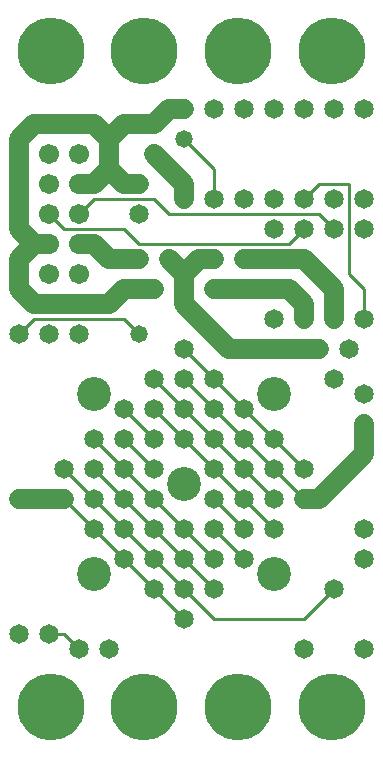
<source format=gbl>
%MOIN*%
%FSLAX25Y25*%
G04 D10 used for Character Trace; *
G04     Circle (OD=.01000) (No hole)*
G04 D11 used for Power Trace; *
G04     Circle (OD=.06500) (No hole)*
G04 D12 used for Signal Trace; *
G04     Circle (OD=.01100) (No hole)*
G04 D13 used for Via; *
G04     Circle (OD=.05800) (Round. Hole ID=.02800)*
G04 D14 used for Component hole; *
G04     Circle (OD=.06500) (Round. Hole ID=.03500)*
G04 D15 used for Component hole; *
G04     Circle (OD=.06700) (Round. Hole ID=.04300)*
G04 D16 used for Component hole; *
G04     Circle (OD=.08100) (Round. Hole ID=.05100)*
G04 D17 used for Component hole; *
G04     Circle (OD=.08900) (Round. Hole ID=.05900)*
G04 D18 used for Component hole; *
G04     Circle (OD=.11300) (Round. Hole ID=.08300)*
G04 D19 used for Component hole; *
G04     Circle (OD=.16000) (Round. Hole ID=.13000)*
G04 D20 used for Component hole; *
G04     Circle (OD=.18300) (Round. Hole ID=.15300)*
G04 D21 used for Component hole; *
G04     Circle (OD=.22291) (Round. Hole ID=.19291)*
%ADD10C,.01000*%
%ADD11C,.06500*%
%ADD12C,.01100*%
%ADD13C,.05800*%
%ADD14C,.06500*%
%ADD15C,.06700*%
%ADD16C,.08100*%
%ADD17C,.08900*%
%ADD18C,.11300*%
%ADD19C,.16000*%
%ADD20C,.18300*%
%ADD21C,.22291*%
%IPPOS*%
%LPD*%
G90*X0Y0D02*D21*X15625Y15625D03*D14*              
X35000Y35000D03*X25000D03*D12*X20000Y40000D01*    
X15000D01*D14*D03*X5000D03*D18*X30000Y60000D03*   
D14*X40000Y65000D03*D12*X50000Y55000D01*D14*D03*  
D12*X60000Y45000D01*D14*D03*X70000Y55000D03*D12*  
X60000Y65000D01*D14*D03*D12*X50000Y75000D01*D14*  
D03*D12*X40000Y85000D01*D14*D03*D12*              
X30000Y95000D01*D14*D03*X40000Y105000D03*D12*     
X50000Y95000D01*D14*D03*X60000Y105000D03*D12*     
X70000Y95000D01*D14*D03*D12*X80000Y85000D01*D14*  
D03*D12*X90000Y75000D01*D14*D03*X100000Y85000D03* 
D11*X105000D01*X120000Y100000D01*Y110000D01*D14*  
D03*Y120000D03*X110000Y125000D03*X100000Y95000D03*
D12*X90000Y105000D01*D14*D03*D12*X80000Y115000D01*
D14*D03*D12*X70000Y125000D01*D14*D03*D12*         
X60000Y135000D01*D14*D03*X50000Y125000D03*D12*    
X60000Y115000D01*D14*D03*D12*X70000Y105000D01*D14*
D03*D12*X80000Y95000D01*D14*D03*D12*              
X90000Y85000D01*D14*D03*X80000Y75000D03*D12*      
X70000Y85000D01*D14*D03*X60000Y75000D03*D12*      
X70000Y65000D01*D14*D03*D12*X60000Y75000D02*      
X50000Y85000D01*D14*D03*D12*X40000Y95000D01*D14*  
D03*D12*X30000Y105000D01*D14*D03*X40000Y115000D03*
D12*X50000Y105000D01*D14*D03*D12*X60000D02*       
X50000Y115000D01*D14*D03*X60000Y125000D03*D12*    
X70000Y115000D01*D14*D03*D12*X80000Y105000D01*D14*
D03*D12*X90000Y95000D01*D14*D03*D12*              
X100000Y85000D01*D14*X120000Y65000D03*X80000D03*  
D12*X70000Y75000D01*D14*D03*D18*X60000Y90000D03*  
X90000Y60000D03*D14*X60000Y55000D03*D12*          
X70000Y45000D01*X100000D01*X110000Y55000D01*D14*  
D03*X120000Y75000D03*X100000Y35000D03*X120000D03* 
D21*X78125Y15625D03*X109375D03*D12*               
X60000Y55000D02*X50000Y65000D01*D14*D03*D12*      
X40000Y75000D01*D14*D03*D12*X30000Y85000D01*D14*  
D03*D12*X20000Y95000D01*D14*D03*Y85000D03*D12*    
X30000Y75000D01*D14*D03*D12*X40000Y65000D01*D11*  
X5000Y85000D02*X20000D01*D13*X5000D03*D18*        
X30000Y120000D03*D13*X45000Y140000D03*D12*        
X40000Y145000D01*X10000D01*X5000Y140000D01*D14*   
D03*D11*X10000Y150000D02*X35000D01*               
X40000Y155000D01*X50000D01*D14*D03*D11*           
X75000Y135000D02*X60000Y150000D01*                
X75000Y135000D02*X105000D01*D14*D03*              
X110000Y145000D03*D11*Y155000D01*                 
X100000Y165000D01*X80000D01*D14*D03*              
X90000Y175000D03*X70000Y155000D03*D11*X80000D01*  
D14*D03*D11*X95000D01*X100000Y150000D01*          
Y145000D01*D14*D03*X90000D03*D12*                 
X120000Y155000D02*X115000Y160000D01*              
X120000Y145000D02*Y155000D01*D14*Y145000D03*      
X115000Y135000D03*D12*Y160000D02*Y190000D01*      
X105000D01*X100000Y185000D01*D14*D03*D12*         
X110000Y175000D02*X105000Y180000D01*D14*          
X110000Y175000D03*D12*X55000Y180000D02*X105000D01*
X55000D02*X50000Y185000D01*X30000D01*             
X25000Y180000D01*D15*D03*D12*X20000Y175000D02*    
X40000D01*X45000Y170000D01*X95000D01*             
X100000Y175000D01*D14*D03*X110000Y185000D03*      
X90000D03*X80000D03*X120000Y175000D03*Y185000D03* 
D12*X70000D02*Y195000D01*D14*Y185000D03*D11*      
X60000D02*Y190000D01*D14*Y185000D03*D11*          
Y190000D02*X50000Y200000D01*D14*D03*D11*          
X35000Y205000D02*X40000Y210000D01*                
X35000Y195000D02*Y205000D01*X30000Y190000D02*     
X35000Y195000D01*X25000Y190000D02*X30000D01*D15*  
X25000D03*X15000Y200000D03*Y180000D03*D12*        
X20000Y175000D01*D15*X25000Y170000D03*D11*        
X30000D01*X35000Y165000D01*X45000D01*D14*D03*     
X55000D03*D11*X60000Y160000D01*Y150000D01*        
Y160000D02*X65000Y165000D01*X70000D01*D14*D03*    
X45000Y190000D03*D11*X40000D01*X35000Y195000D01*  
D15*X25000Y200000D03*D11*X35000Y205000D02*        
X30000Y210000D01*X10000D01*X5000Y205000D01*       
Y175000D01*X10000Y170000D01*X5000Y165000D01*      
Y155000D01*X10000Y150000D01*D15*X15000Y160000D03* 
D14*Y140000D03*X25000D03*D15*Y160000D03*          
X15000Y170000D03*D11*X10000D01*D15*               
X15000Y190000D03*D14*X45000Y180000D03*            
X50000Y210000D03*D11*X40000D01*X50000D02*         
X55000Y215000D01*X60000D01*D14*D03*X70000D03*D13* 
X60000Y205000D03*D12*X70000Y195000D01*D14*        
X90000Y215000D03*X80000D03*X100000D03*D21*        
X109375Y234375D03*X78125D03*D14*X110000Y215000D03*
D21*X46875Y234375D03*D14*X120000Y215000D03*D21*   
X15625Y234375D03*D18*X90000Y120000D03*D21*        
X46875Y15625D03*M02*                              

</source>
